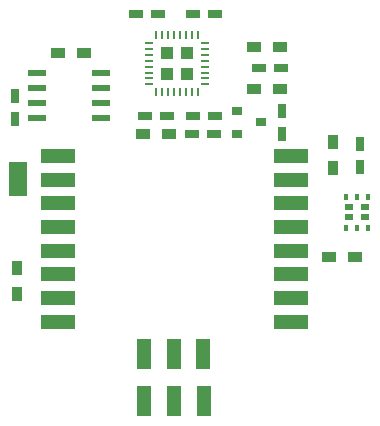
<source format=gtp>
G04 #@! TF.GenerationSoftware,KiCad,Pcbnew,no-vcs-found-7518~57~ubuntu16.04.1*
G04 #@! TF.CreationDate,2017-01-25T15:55:48+02:00*
G04 #@! TF.ProjectId,temperature_humidity,74656D70657261747572655F68756D69,rev?*
G04 #@! TF.FileFunction,Paste,Top*
G04 #@! TF.FilePolarity,Positive*
%FSLAX46Y46*%
G04 Gerber Fmt 4.6, Leading zero omitted, Abs format (unit mm)*
G04 Created by KiCad (PCBNEW no-vcs-found-7518~57~ubuntu16.04.1) date Wed Jan 25 15:55:48 2017*
%MOMM*%
%LPD*%
G01*
G04 APERTURE LIST*
%ADD10C,0.100000*%
%ADD11R,1.270000X2.500000*%
%ADD12R,1.200000X0.750000*%
%ADD13R,0.750000X1.200000*%
%ADD14R,1.035000X1.035000*%
%ADD15R,0.700000X0.250000*%
%ADD16R,0.250000X0.700000*%
%ADD17R,1.500000X3.000000*%
%ADD18R,1.200000X0.900000*%
%ADD19R,0.900000X1.200000*%
%ADD20R,1.550000X0.600000*%
%ADD21R,0.900000X0.800000*%
%ADD22R,0.780000X0.510000*%
%ADD23R,0.450000X0.630000*%
%ADD24R,3.000000X1.200000*%
G04 APERTURE END LIST*
D10*
D11*
X119380000Y-102838000D03*
X116840000Y-102838000D03*
X114300000Y-102838000D03*
X114300000Y-98838000D03*
X116840000Y-98838000D03*
X119340000Y-98838000D03*
D12*
X113604000Y-70104000D03*
X115504000Y-70104000D03*
X116266000Y-78740000D03*
X114366000Y-78740000D03*
X120330000Y-70104000D03*
X118430000Y-70104000D03*
X120330000Y-78740000D03*
X118430000Y-78740000D03*
D13*
X103378000Y-78928000D03*
X103378000Y-77028000D03*
D12*
X124018000Y-74676000D03*
X125918000Y-74676000D03*
X118364000Y-80264000D03*
X120264000Y-80264000D03*
D13*
X132588000Y-81092000D03*
X132588000Y-82992000D03*
X125984000Y-80198000D03*
X125984000Y-78298000D03*
D14*
X117956500Y-73406000D03*
X116231500Y-73406000D03*
X117956500Y-75131000D03*
X116231500Y-75131000D03*
D15*
X119494000Y-72518500D03*
X119494000Y-73018500D03*
X119494000Y-73518500D03*
X119494000Y-74018500D03*
X119494000Y-74518500D03*
X119494000Y-75018500D03*
X119494000Y-75518500D03*
X119494000Y-76018500D03*
D16*
X118844000Y-76668500D03*
X118344000Y-76668500D03*
X117844000Y-76668500D03*
X117344000Y-76668500D03*
X116844000Y-76668500D03*
X116344000Y-76668500D03*
X115844000Y-76668500D03*
X115344000Y-76668500D03*
D15*
X114694000Y-76018500D03*
X114694000Y-75518500D03*
X114694000Y-75018500D03*
X114694000Y-74518500D03*
X114694000Y-74018500D03*
X114694000Y-73518500D03*
X114694000Y-73018500D03*
X114694000Y-72518500D03*
D16*
X115344000Y-71868500D03*
X115844000Y-71868500D03*
X116344000Y-71868500D03*
X116844000Y-71868500D03*
X117344000Y-71868500D03*
X117844000Y-71868500D03*
X118344000Y-71868500D03*
X118844000Y-71868500D03*
D17*
X103632000Y-84020000D03*
D18*
X107020000Y-73406000D03*
X109220000Y-73406000D03*
X123614000Y-76454000D03*
X125814000Y-76454000D03*
X123614000Y-72898000D03*
X125814000Y-72898000D03*
D19*
X130302000Y-80942000D03*
X130302000Y-83142000D03*
D18*
X132164000Y-90678000D03*
X129964000Y-90678000D03*
D19*
X103548000Y-91610000D03*
X103548000Y-93810000D03*
D20*
X110650000Y-75057000D03*
X110650000Y-76327000D03*
X110650000Y-77597000D03*
X110650000Y-78867000D03*
X105250000Y-78867000D03*
X105250000Y-77597000D03*
X105250000Y-76327000D03*
X105250000Y-75057000D03*
D21*
X124206000Y-79248000D03*
X122206000Y-80198000D03*
X122206000Y-78298000D03*
D22*
X131684000Y-87293000D03*
X132984000Y-87293000D03*
X131684000Y-86443000D03*
X132984000Y-86443000D03*
D23*
X131384000Y-85528000D03*
X132334000Y-85528000D03*
X133284000Y-85528000D03*
X133284000Y-88208000D03*
X132334000Y-88208000D03*
X131384000Y-88208000D03*
D24*
X107046000Y-96106000D03*
X107046000Y-94106000D03*
X107046000Y-92106000D03*
X107046000Y-90106000D03*
X107046000Y-88106000D03*
X107046000Y-86106000D03*
X107046000Y-84106000D03*
X107046000Y-82106000D03*
X126746000Y-82106000D03*
X126746000Y-84106000D03*
X126746000Y-86106000D03*
X126746000Y-88106000D03*
X126746000Y-90106000D03*
X126746000Y-92106000D03*
X126746000Y-94106000D03*
X126746000Y-96106000D03*
D18*
X116416000Y-80264000D03*
X114216000Y-80264000D03*
M02*

</source>
